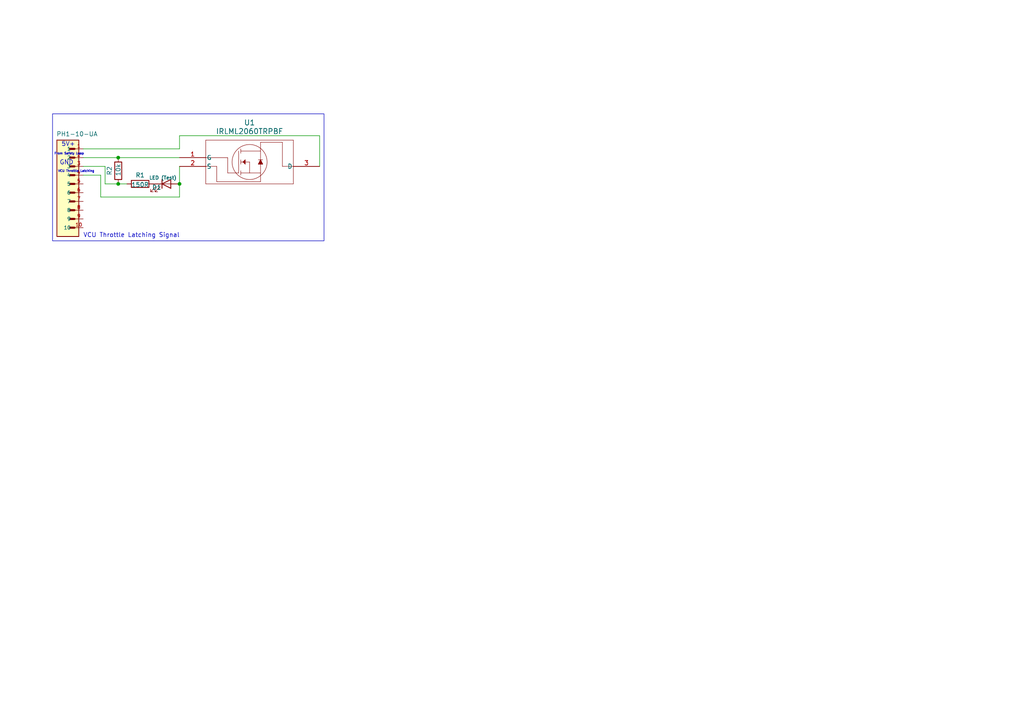
<source format=kicad_sch>
(kicad_sch (version 20231120) (generator "eeschema") (generator_version "8.0")
  (paper "A4")
  (lib_symbols
    (symbol "10 pin output:PH1-10-UA" (pin_names (offset 1.016))
      (property "Reference" "J" (at 0 28.448 0))
      (property "Value" "PH1-10-UA" (at 0 0 0))
      (symbol "PH1-10-UA_0_0"
        (polyline (pts (xy 3.81 2.54) (xy 5.08 2.54)) (stroke (width 0.6096)))
        (polyline (pts (xy 3.81 5.08) (xy 5.08 5.08)) (stroke (width 0.6096)))
        (polyline (pts (xy 3.81 7.62) (xy 5.08 7.62)) (stroke (width 0.6096)))
        (polyline (pts (xy 3.81 10.16) (xy 5.08 10.16)) (stroke (width 0.6096)))
        (polyline (pts (xy 3.81 12.7) (xy 5.08 12.7)) (stroke (width 0.6096)))
        (polyline (pts (xy 3.81 15.24) (xy 5.08 15.24)) (stroke (width 0.6096)))
        (polyline (pts (xy 3.81 17.78) (xy 5.08 17.78)) (stroke (width 0.6096)))
        (polyline (pts (xy 3.81 20.32) (xy 5.08 20.32)) (stroke (width 0.6096)))
        (polyline (pts (xy 3.81 22.86) (xy 5.08 22.86)) (stroke (width 0.6096)))
        (polyline (pts (xy 3.81 25.4) (xy 5.08 25.4)) (stroke (width 0.6096)))
        (rectangle (start 0 0) (end 6.35 27.94) (stroke (width 0.254)) (fill (type background)))
        (pin passive line (at 7.62 25.4 180) (length 2.54) (name "1") (number "1"))
        (pin passive line (at 7.62 2.54 180) (length 2.54) (name "10") (number "10"))
        (pin passive line (at 7.62 22.86 180) (length 2.54) (name "2") (number "2"))
        (pin passive line (at 7.62 20.32 180) (length 2.54) (name "3") (number "3"))
        (pin passive line (at 7.62 17.78 180) (length 2.54) (name "4") (number "4"))
        (pin passive line (at 7.62 15.24 180) (length 2.54) (name "5") (number "5"))
        (pin passive line (at 7.62 12.7 180) (length 2.54) (name "6") (number "6"))
        (pin passive line (at 7.62 10.16 180) (length 2.54) (name "7") (number "7"))
        (pin passive line (at 7.62 7.62 180) (length 2.54) (name "8") (number "8"))
        (pin passive line (at 7.62 5.08 180) (length 2.54) (name "9") (number "9"))
      )
    )
    (symbol "Device:LED" (pin_numbers hide) (pin_names (offset 1.016) hide)
      (property "Reference" "D" (at 0 2.54 0))
      (property "Value" "LED" (at 0 -2.54 0))
      (symbol "LED_0_1"
        (polyline (pts (xy -1.27 -1.27) (xy -1.27 1.27)) (stroke (width 0.254)))
        (polyline (pts (xy -1.27 0) (xy 1.27 0)))
        (polyline (pts (xy 1.27 -1.27) (xy 1.27 1.27) (xy -1.27 0) (xy 1.27 -1.27)) (stroke (width 0.254)))
        (polyline (pts (xy -3.048 -0.762) (xy -4.572 -2.286) (xy -3.81 -2.286) (xy -4.572 -2.286) (xy -4.572 -1.524)))
        (polyline (pts (xy -1.778 -0.762) (xy -3.302 -2.286) (xy -2.54 -2.286) (xy -3.302 -2.286) (xy -3.302 -1.524)))
      )
      (symbol "LED_1_1"
        (pin passive line (at -3.81 0 0) (length 2.54) (name "K") (number "1"))
        (pin passive line (at 3.81 0 180) (length 2.54) (name "A") (number "2"))
      )
    )
    (symbol "Device:R" (pin_numbers hide) (pin_names (offset 0))
      (property "Reference" "R" (at 2.032 0 90))
      (property "Value" "R" (at 0 0 90))
      (symbol "R_0_1"
        (rectangle (start -1.016 -2.54) (end 1.016 2.54) (stroke (width 0.254)))
      )
      (symbol "R_1_1"
        (pin passive line (at 0 3.81 270) (length 1.27) (name "~") (number "1"))
        (pin passive line (at 0 -3.81 90) (length 1.27) (name "~") (number "2"))
      )
    )
    (symbol "NMOS:IRLML2060TRPBF" (pin_names (offset 0.254))
      (property "Reference" "U" (at 20.32 10.16 0))
      (property "Value" "IRLML2060TRPBF" (at 20.32 7.62 0))
      (symbol "IRLML2060TRPBF_0_1"
        (polyline (pts (xy 7.62 -7.62) (xy 33.02 -7.62)) (stroke (width 0.127)))
        (polyline (pts (xy 7.62 -2.54) (xy 10.795 -2.54)) (stroke (width 0.127)))
        (polyline (pts (xy 7.62 5.08) (xy 7.62 -7.62)) (stroke (width 0.127)))
        (polyline (pts (xy 10.795 -6.985) (xy 23.495 -6.985)) (stroke (width 0.127)))
        (polyline (pts (xy 10.795 -2.54) (xy 10.795 -6.985)) (stroke (width 0.127)))
        (polyline (pts (xy 13.97 -4.445) (xy 13.97 0)) (stroke (width 0.127)))
        (polyline (pts (xy 13.97 0) (xy 7.62 0)) (stroke (width 0.127)))
        (polyline (pts (xy 17.145 -4.445) (xy 13.97 -4.445)) (stroke (width 0.127)))
        (polyline (pts (xy 17.145 1.905) (xy 17.145 -4.445)) (stroke (width 0.127)))
        (polyline (pts (xy 17.78 -5.08) (xy 17.78 -3.81)) (stroke (width 0.127)))
        (polyline (pts (xy 17.78 -4.445) (xy 23.495 -4.445)) (stroke (width 0.127)))
        (polyline (pts (xy 17.78 -1.27) (xy 20.32 -1.27)) (stroke (width 0.127)))
        (polyline (pts (xy 17.78 -0.635) (xy 17.78 -1.905)) (stroke (width 0.127)))
        (polyline (pts (xy 17.78 1.905) (xy 23.495 1.905)) (stroke (width 0.127)))
        (polyline (pts (xy 17.78 2.54) (xy 17.78 1.27)) (stroke (width 0.127)))
        (polyline (pts (xy 18.415 -1.27) (xy 19.05 -0.635)) (stroke (width 0.127)))
        (polyline (pts (xy 19.05 -1.905) (xy 18.415 -1.27)) (stroke (width 0.127)))
        (polyline (pts (xy 19.05 -0.635) (xy 19.05 -1.905)) (stroke (width 0.127)))
        (polyline (pts (xy 20.32 -4.445) (xy 20.32 -1.27)) (stroke (width 0.127)))
        (polyline (pts (xy 22.86 -1.905) (xy 23.495 -0.635)) (stroke (width 0.127)))
        (polyline (pts (xy 22.86 -1.905) (xy 24.13 -1.905)) (stroke (width 0.127)))
        (polyline (pts (xy 22.86 -0.635) (xy 24.13 -0.635)) (stroke (width 0.127)))
        (polyline (pts (xy 23.495 -6.985) (xy 23.495 4.445)) (stroke (width 0.127)))
        (polyline (pts (xy 23.495 -0.635) (xy 24.13 -1.905)) (stroke (width 0.127)))
        (polyline (pts (xy 23.495 4.445) (xy 29.845 4.445)) (stroke (width 0.127)))
        (polyline (pts (xy 29.845 -2.54) (xy 33.02 -2.54)) (stroke (width 0.127)))
        (polyline (pts (xy 29.845 4.445) (xy 29.845 -2.54)) (stroke (width 0.127)))
        (polyline (pts (xy 33.02 -7.62) (xy 33.02 5.08)) (stroke (width 0.127)))
        (polyline (pts (xy 33.02 5.08) (xy 7.62 5.08)) (stroke (width 0.127)))
        (polyline (pts (xy 18.415 -1.27) (xy 19.05 -0.635) (xy 19.05 -1.905)) (fill (type outline)))
        (polyline (pts (xy 22.86 -1.905) (xy 23.495 -0.635) (xy 24.13 -1.905)) (fill (type outline)))
        (circle (center 20.32 -1.27) (radius 5.08) (stroke (width 0.127)))
        (pin unspecified line (at 0 0 0) (length 7.62) (name "G") (number "1"))
        (pin unspecified line (at 0 -2.54 0) (length 7.62) (name "S") (number "2"))
        (pin unspecified line (at 40.64 -2.54 180) (length 7.62) (name "D") (number "3"))
      )
    )
  )
  (junction (at 34.29 45.72))
  (junction (at 52.07 53.34))
  (junction (at 34.29 53.34))
  (wire (pts (xy 52.07 43.18) (xy 52.07 39.37)))
  (wire (pts (xy 34.29 53.34) (xy 36.83 53.34)))
  (wire (pts (xy 52.07 48.26) (xy 52.07 53.34)))
  (wire (pts (xy 52.07 57.15) (xy 29.21 57.15)))
  (wire (pts (xy 24.13 45.72) (xy 34.29 45.72)))
  (wire (pts (xy 52.07 43.18) (xy 24.13 43.18)))
  (wire (pts (xy 30.48 53.34) (xy 30.48 48.26)))
  (wire (pts (xy 29.21 50.8) (xy 24.13 50.8)))
  (wire (pts (xy 29.21 57.15) (xy 29.21 50.8)))
  (wire (pts (xy 34.29 53.34) (xy 30.48 53.34)))
  (wire (pts (xy 92.71 39.37) (xy 92.71 48.26)))
  (wire (pts (xy 30.48 48.26) (xy 24.13 48.26)))
  (wire (pts (xy 52.07 39.37) (xy 92.71 39.37)))
  (wire (pts (xy 34.29 45.72) (xy 52.07 45.72)))
  (wire (pts (xy 52.07 53.34) (xy 52.07 57.15)))
  (rectangle (start 15.24 33.02) (end 93.98 69.85))
  (text "5V+\n" (at 19.812 41.91 0) (effects (font (size 1.27 1.27))))
  (text "VCU Throttle Latching\n" (at 22.098 49.784 0) (effects (font (size 0.635 0.635))))
  (text "VCU Throttle Latching Signal\n\n" (at 24.13 71.12 0) (effects (font (size 1.27 1.27)) (justify left bottom)))
  (text "From Safety Loop\n" (at 20.066 44.704 0) (effects (font (size 0.635 0.635))))
  (text "GND\n" (at 19.304 47.244 0) (effects (font (size 1.27 1.27))))
  (symbol (lib_id "Device:LED") (at 48.26 53.34 0) (unit 1)
    (property "Reference" "D1" (at 45.466 54.356 0))
    (property "Value" "LED (Test)" (at 47.244 51.562 0) (effects (font (size 1 1))))
    (property "Footprint" "LED:LED_AP3216SYD_KNB" (effects (hide yes)))
  )
  (symbol (lib_id "Device:R") (at 40.64 53.34 90) (unit 1)
    (property "Reference" "R1" (at 40.64 50.8 90))
    (property "Value" "150R" (at 40.64 53.594 90))
    (property "Footprint" "CF14JT10K0:STA_CF14_STP" (effects (hide yes)))
  )
  (symbol (lib_id "Device:R") (at 34.29 49.53 180) (unit 1)
    (property "Reference" "R2" (at 31.75 49.53 90))
    (property "Value" "10k" (at 34.29 49.276 90))
    (property "Footprint" "CF14JT10K0:STA_CF14_STP" (effects (hide yes)))
  )
  (symbol (lib_id "10 pin output:PH1-10-UA") (at 16.51 68.58 0) (unit 1)
    (property "Reference" "J1" (effects (hide yes)))
    (property "Value" "PH1-10-UA" (at 22.352 38.862 0))
    (property "Footprint" "PH1-10-UA:1X10-2.54MM-THT" (effects (hide yes)))
    (property "MF" "Adam Tech" (effects (hide yes)))
    (property "Description_1" "\n                        \n                            Connector Header Through Hole 10 position 0.100 (2.54mm)\n                        \n" (effects (hide yes)))
    (property "Package" "None" (effects (hide yes)))
    (property "Price" "None" (effects (hide yes)))
    (property "SnapEDA_Link" "https://www.snapeda.com/parts/PH1-10-UA/Adam+Tech/view-part/?ref=snap" (effects (hide yes)))
    (property "MP" "PH1-10-UA" (effects (hide yes)))
    (property "Availability" "In Stock" (effects (hide yes)))
    (property "Check_prices" "https://www.snapeda.com/parts/PH1-10-UA/Adam+Tech/view-part/?ref=eda" (effects (hide yes)))
  )
  (symbol (lib_id "NMOS:IRLML2060TRPBF") (at 52.07 45.72 0) (unit 1)
    (property "Reference" "U1" (at 72.39 35.56 0) (effects (font (size 1.524 1.524))))
    (property "Value" "IRLML2060TRPBF" (at 72.39 38.1 0) (effects (font (size 1.524 1.524))))
    (property "Footprint" "SOT23_INF" (effects (hide yes)))
    (property "Datasheet" "IRLML2060TRPBF" (effects (hide yes)))
  )
)
</source>
